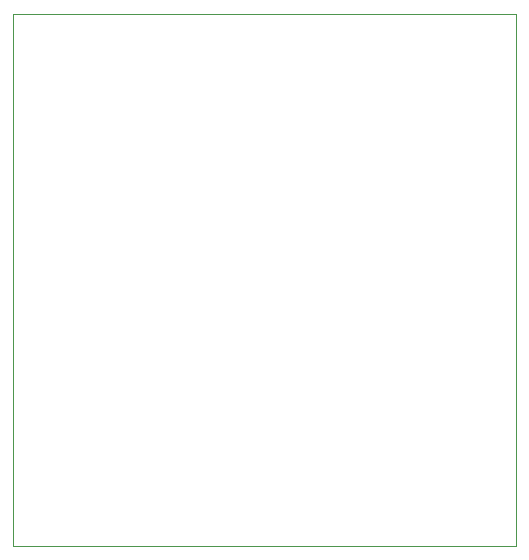
<source format=gbr>
G04 (created by PCBNEW (2013-may-18)-stable) date Fri 12 Dec 2014 10:12:53 AM CET*
%MOIN*%
G04 Gerber Fmt 3.4, Leading zero omitted, Abs format*
%FSLAX34Y34*%
G01*
G70*
G90*
G04 APERTURE LIST*
%ADD10C,0.00590551*%
%ADD11C,0.00393701*%
G04 APERTURE END LIST*
G54D10*
G54D11*
X22250Y-40250D02*
X22250Y-22500D01*
X39000Y-40250D02*
X22250Y-40250D01*
X39000Y-22500D02*
X39000Y-40250D01*
X22250Y-22500D02*
X39000Y-22500D01*
M02*

</source>
